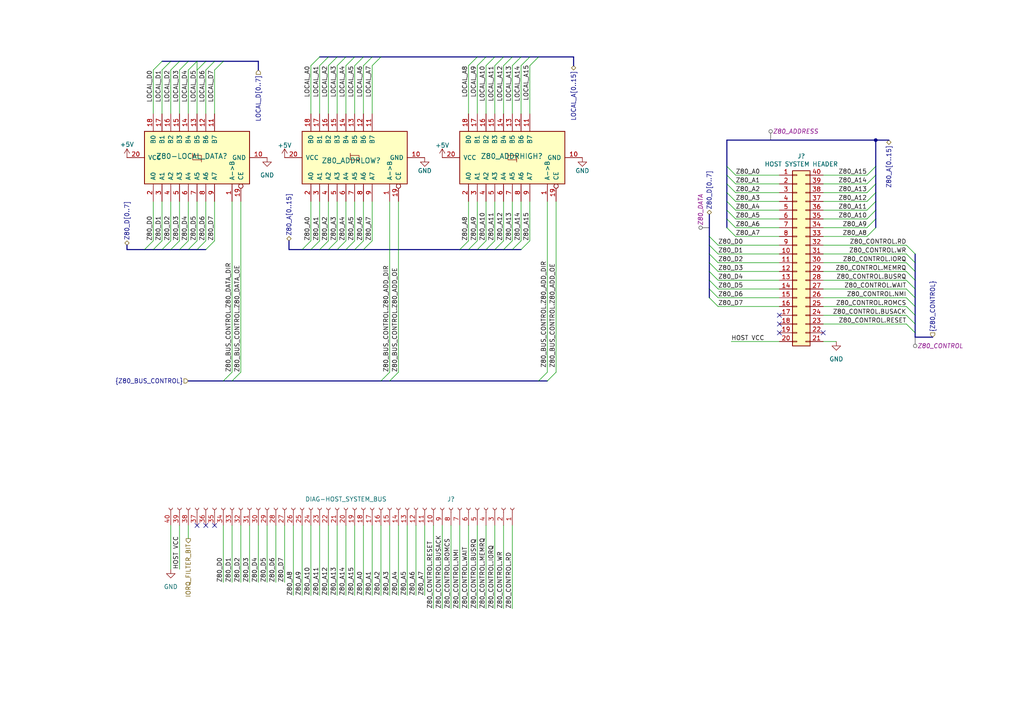
<source format=kicad_sch>
(kicad_sch (version 20230121) (generator eeschema)
  (paper "A4")
  (title_block (title "FujiNet Z80Bus reference design") (date "2023-05-13") (rev "0.1") (company "FujiNet") (comment 1 "Needs a sub schem for the physical ZXBus connector") (comment 2 "The host bus connection/buffering circuits"))
  (lib_symbols
    (symbol "74xx:74HC245" (pin_names (offset 1.016))
      (property "Reference" "U" (at -7.62 16.51 0))
      (property "Value" "74HC245" (at -7.62 -16.51 0))
      (symbol "74HC245_1_0"
        (polyline (pts (xy -0.635 -1.27) (xy -0.635 1.27) (xy 0.635 1.27)))
        (polyline (pts (xy -1.27 -1.27) (xy 0.635 -1.27) (xy 0.635 1.27) (xy 1.27 1.27)))
        (pin input line (at -12.7 -10.16 0) (length 5.08) (name "A->B") (number "1"))
        (pin power_in line (at 0 -20.32 90) (length 5.08) (name "GND") (number "10"))
        (pin tri_state line (at 12.7 -5.08 180) (length 5.08) (name "B7") (number "11"))
        (pin tri_state line (at 12.7 -2.54 180) (length 5.08) (name "B6") (number "12"))
        (pin tri_state line (at 12.7 0 180) (length 5.08) (name "B5") (number "13"))
        (pin tri_state line (at 12.7 2.54 180) (length 5.08) (name "B4") (number "14"))
        (pin tri_state line (at 12.7 5.08 180) (length 5.08) (name "B3") (number "15"))
        (pin tri_state line (at 12.7 7.62 180) (length 5.08) (name "B2") (number "16"))
        (pin tri_state line (at 12.7 10.16 180) (length 5.08) (name "B1") (number "17"))
        (pin tri_state line (at 12.7 12.7 180) (length 5.08) (name "B0") (number "18"))
        (pin input inverted (at -12.7 -12.7 0) (length 5.08) (name "CE") (number "19"))
        (pin tri_state line (at -12.7 12.7 0) (length 5.08) (name "A0") (number "2"))
        (pin power_in line (at 0 20.32 270) (length 5.08) (name "VCC") (number "20"))
        (pin tri_state line (at -12.7 10.16 0) (length 5.08) (name "A1") (number "3"))
        (pin tri_state line (at -12.7 7.62 0) (length 5.08) (name "A2") (number "4"))
        (pin tri_state line (at -12.7 5.08 0) (length 5.08) (name "A3") (number "5"))
        (pin tri_state line (at -12.7 2.54 0) (length 5.08) (name "A4") (number "6"))
        (pin tri_state line (at -12.7 0 0) (length 5.08) (name "A5") (number "7"))
        (pin tri_state line (at -12.7 -2.54 0) (length 5.08) (name "A6") (number "8"))
        (pin tri_state line (at -12.7 -5.08 0) (length 5.08) (name "A7") (number "9"))
      )
      (symbol "74HC245_1_1"
        (rectangle (start -7.62 15.24) (end 7.62 -15.24) (stroke (width 0.254)) (fill (type background)))
      )
    )
    (symbol "Connector:Conn_01x40_Socket" (pin_names (offset 1.016) hide)
      (property "Reference" "J" (at 0 50.8 0))
      (property "Value" "Conn_01x40_Socket" (at 0 -53.34 0))
      (symbol "Conn_01x40_Socket_1_1"
        (arc (start 0 -50.292) (mid -0.5058 -50.8) (end 0 -51.308) (stroke (width 0.1524)))
        (arc (start 0 -47.752) (mid -0.5058 -48.26) (end 0 -48.768) (stroke (width 0.1524)))
        (arc (start 0 -45.212) (mid -0.5058 -45.72) (end 0 -46.228) (stroke (width 0.1524)))
        (arc (start 0 -42.672) (mid -0.5058 -43.18) (end 0 -43.688) (stroke (width 0.1524)))
        (arc (start 0 -40.132) (mid -0.5058 -40.64) (end 0 -41.148) (stroke (width 0.1524)))
        (arc (start 0 -37.592) (mid -0.5058 -38.1) (end 0 -38.608) (stroke (width 0.1524)))
        (arc (start 0 -35.052) (mid -0.5058 -35.56) (end 0 -36.068) (stroke (width 0.1524)))
        (arc (start 0 -32.512) (mid -0.5058 -33.02) (end 0 -33.528) (stroke (width 0.1524)))
        (arc (start 0 -29.972) (mid -0.5058 -30.48) (end 0 -30.988) (stroke (width 0.1524)))
        (arc (start 0 -27.432) (mid -0.5058 -27.94) (end 0 -28.448) (stroke (width 0.1524)))
        (arc (start 0 -24.892) (mid -0.5058 -25.4) (end 0 -25.908) (stroke (width 0.1524)))
        (arc (start 0 -22.352) (mid -0.5058 -22.86) (end 0 -23.368) (stroke (width 0.1524)))
        (arc (start 0 -19.812) (mid -0.5058 -20.32) (end 0 -20.828) (stroke (width 0.1524)))
        (arc (start 0 -17.272) (mid -0.5058 -17.78) (end 0 -18.288) (stroke (width 0.1524)))
        (arc (start 0 -14.732) (mid -0.5058 -15.24) (end 0 -15.748) (stroke (width 0.1524)))
        (arc (start 0 -12.192) (mid -0.5058 -12.7) (end 0 -13.208) (stroke (width 0.1524)))
        (arc (start 0 -9.652) (mid -0.5058 -10.16) (end 0 -10.668) (stroke (width 0.1524)))
        (arc (start 0 -7.112) (mid -0.5058 -7.62) (end 0 -8.128) (stroke (width 0.1524)))
        (arc (start 0 -4.572) (mid -0.5058 -5.08) (end 0 -5.588) (stroke (width 0.1524)))
        (arc (start 0 -2.032) (mid -0.5058 -2.54) (end 0 -3.048) (stroke (width 0.1524)))
        (polyline (pts (xy -1.27 -50.8) (xy -0.508 -50.8)) (stroke (width 0.1524)))
        (polyline (pts (xy -1.27 -48.26) (xy -0.508 -48.26)) (stroke (width 0.1524)))
        (polyline (pts (xy -1.27 -45.72) (xy -0.508 -45.72)) (stroke (width 0.1524)))
        (polyline (pts (xy -1.27 -43.18) (xy -0.508 -43.18)) (stroke (width 0.1524)))
        (polyline (pts (xy -1.27 -40.64) (xy -0.508 -40.64)) (stroke (width 0.1524)))
        (polyline (pts (xy -1.27 -38.1) (xy -0.508 -38.1)) (stroke (width 0.1524)))
        (polyline (pts (xy -1.27 -35.56) (xy -0.508 -35.56)) (stroke (width 0.1524)))
        (polyline (pts (xy -1.27 -33.02) (xy -0.508 -33.02)) (stroke (width 0.1524)))
        (polyline (pts (xy -1.27 -30.48) (xy -0.508 -30.48)) (stroke (width 0.1524)))
        (polyline (pts (xy -1.27 -27.94) (xy -0.508 -27.94)) (stroke (width 0.1524)))
        (polyline (pts (xy -1.27 -25.4) (xy -0.508 -25.4)) (stroke (width 0.1524)))
        (polyline (pts (xy -1.27 -22.86) (xy -0.508 -22.86)) (stroke (width 0.1524)))
        (polyline (pts (xy -1.27 -20.32) (xy -0.508 -20.32)) (stroke (width 0.1524)))
        (polyline (pts (xy -1.27 -17.78) (xy -0.508 -17.78)) (stroke (width 0.1524)))
        (polyline (pts (xy -1.27 -15.24) (xy -0.508 -15.24)) (stroke (width 0.1524)))
        (polyline (pts (xy -1.27 -12.7) (xy -0.508 -12.7)) (stroke (width 0.1524)))
        (polyline (pts (xy -1.27 -10.16) (xy -0.508 -10.16)) (stroke (width 0.1524)))
        (polyline (pts (xy -1.27 -7.62) (xy -0.508 -7.62)) (stroke (width 0.1524)))
        (polyline (pts (xy -1.27 -5.08) (xy -0.508 -5.08)) (stroke (width 0.1524)))
        (polyline (pts (xy -1.27 -2.54) (xy -0.508 -2.54)) (stroke (width 0.1524)))
        (polyline (pts (xy -1.27 0) (xy -0.508 0)) (stroke (width 0.1524)))
        (polyline (pts (xy -1.27 2.54) (xy -0.508 2.54)) (stroke (width 0.1524)))
        (polyline (pts (xy -1.27 5.08) (xy -0.508 5.08)) (stroke (width 0.1524)))
        (polyline (pts (xy -1.27 7.62) (xy -0.508 7.62)) (stroke (width 0.1524)))
        (polyline (pts (xy -1.27 10.16) (xy -0.508 10.16)) (stroke (width 0.1524)))
        (polyline (pts (xy -1.27 12.7) (xy -0.508 12.7)) (stroke (width 0.1524)))
        (polyline (pts (xy -1.27 15.24) (xy -0.508 15.24)) (stroke (width 0.1524)))
        (polyline (pts (xy -1.27 17.78) (xy -0.508 17.78)) (stroke (width 0.1524)))
        (polyline (pts (xy -1.27 20.32) (xy -0.508 20.32)) (stroke (width 0.1524)))
        (polyline (pts (xy -1.27 22.86) (xy -0.508 22.86)) (stroke (width 0.1524)))
        (polyline (pts (xy -1.27 25.4) (xy -0.508 25.4)) (stroke (width 0.1524)))
        (polyline (pts (xy -1.27 27.94) (xy -0.508 27.94)) (stroke (width 0.1524)))
        (polyline (pts (xy -1.27 30.48) (xy -0.508 30.48)) (stroke (width 0.1524)))
        (polyline (pts (xy -1.27 33.02) (xy -0.508 33.02)) (stroke (width 0.1524)))
        (polyline (pts (xy -1.27 35.56) (xy -0.508 35.56)) (stroke (width 0.1524)))
        (polyline (pts (xy -1.27 38.1) (xy -0.508 38.1)) (stroke (width 0.1524)))
        (polyline (pts (xy -1.27 40.64) (xy -0.508 40.64)) (stroke (width 0.1524)))
        (polyline (pts (xy -1.27 43.18) (xy -0.508 43.18)) (stroke (width 0.1524)))
        (polyline (pts (xy -1.27 45.72) (xy -0.508 45.72)) (stroke (width 0.1524)))
        (polyline (pts (xy -1.27 48.26) (xy -0.508 48.26)) (stroke (width 0.1524)))
        (arc (start 0 0.508) (mid -0.5058 0) (end 0 -0.508) (stroke (width 0.1524)))
        (arc (start 0 3.048) (mid -0.5058 2.54) (end 0 2.032) (stroke (width 0.1524)))
        (arc (start 0 5.588) (mid -0.5058 5.08) (end 0 4.572) (stroke (width 0.1524)))
        (arc (start 0 8.128) (mid -0.5058 7.62) (end 0 7.112) (stroke (width 0.1524)))
        (arc (start 0 10.668) (mid -0.5058 10.16) (end 0 9.652) (stroke (width 0.1524)))
        (arc (start 0 13.208) (mid -0.5058 12.7) (end 0 12.192) (stroke (width 0.1524)))
        (arc (start 0 15.748) (mid -0.5058 15.24) (end 0 14.732) (stroke (width 0.1524)))
        (arc (start 0 18.288) (mid -0.5058 17.78) (end 0 17.272) (stroke (width 0.1524)))
        (arc (start 0 20.828) (mid -0.5058 20.32) (end 0 19.812) (stroke (width 0.1524)))
        (arc (start 0 23.368) (mid -0.5058 22.86) (end 0 22.352) (stroke (width 0.1524)))
        (arc (start 0 25.908) (mid -0.5058 25.4) (end 0 24.892) (stroke (width 0.1524)))
        (arc (start 0 28.448) (mid -0.5058 27.94) (end 0 27.432) (stroke (width 0.1524)))
        (arc (start 0 30.988) (mid -0.5058 30.48) (end 0 29.972) (stroke (width 0.1524)))
        (arc (start 0 33.528) (mid -0.5058 33.02) (end 0 32.512) (stroke (width 0.1524)))
        (arc (start 0 36.068) (mid -0.5058 35.56) (end 0 35.052) (stroke (width 0.1524)))
        (arc (start 0 38.608) (mid -0.5058 38.1) (end 0 37.592) (stroke (width 0.1524)))
        (arc (start 0 41.148) (mid -0.5058 40.64) (end 0 40.132) (stroke (width 0.1524)))
        (arc (start 0 43.688) (mid -0.5058 43.18) (end 0 42.672) (stroke (width 0.1524)))
        (arc (start 0 46.228) (mid -0.5058 45.72) (end 0 45.212) (stroke (width 0.1524)))
        (arc (start 0 48.768) (mid -0.5058 48.26) (end 0 47.752) (stroke (width 0.1524)))
        (pin passive line (at -5.08 48.26 0) (length 3.81) (name "Pin_1") (number "1"))
        (pin passive line (at -5.08 25.4 0) (length 3.81) (name "Pin_10") (number "10"))
        (pin passive line (at -5.08 22.86 0) (length 3.81) (name "Pin_11") (number "11"))
        (pin passive line (at -5.08 20.32 0) (length 3.81) (name "Pin_12") (number "12"))
        (pin passive line (at -5.08 17.78 0) (length 3.81) (name "Pin_13") (number "13"))
        (pin passive line (at -5.08 15.24 0) (length 3.81) (name "Pin_14") (number "14"))
        (pin passive line (at -5.08 12.7 0) (length 3.81) (name "Pin_15") (number "15"))
        (pin passive line (at -5.08 10.16 0) (length 3.81) (name "Pin_16") (number "16"))
        (pin passive line (at -5.08 7.62 0) (length 3.81) (name "Pin_17") (number "17"))
        (pin passive line (at -5.08 5.08 0) (length 3.81) (name "Pin_18") (number "18"))
        (pin passive line (at -5.08 2.54 0) (length 3.81) (name "Pin_19") (number "19"))
        (pin passive line (at -5.08 45.72 0) (length 3.81) (name "Pin_2") (number "2"))
        (pin passive line (at -5.08 0 0) (length 3.81) (name "Pin_20") (number "20"))
        (pin passive line (at -5.08 -2.54 0) (length 3.81) (name "Pin_21") (number "21"))
        (pin passive line (at -5.08 -5.08 0) (length 3.81) (name "Pin_22") (number "22"))
        (pin passive line (at -5.08 -7.62 0) (length 3.81) (name "Pin_23") (number "23"))
        (pin passive line (at -5.08 -10.16 0) (length 3.81) (name "Pin_24") (number "24"))
        (pin passive line (at -5.08 -12.7 0) (length 3.81) (name "Pin_25") (number "25"))
        (pin passive line (at -5.08 -15.24 0) (length 3.81) (name "Pin_26") (number "26"))
        (pin passive line (at -5.08 -17.78 0) (length 3.81) (name "Pin_27") (number "27"))
        (pin passive line (at -5.08 -20.32 0) (length 3.81) (name "Pin_28") (number "28"))
        (pin passive line (at -5.08 -22.86 0) (length 3.81) (name "Pin_29") (number "29"))
        (pin passive line (at -5.08 43.18 0) (length 3.81) (name "Pin_3") (number "3"))
        (pin passive line (at -5.08 -25.4 0) (length 3.81) (name "Pin_30") (number "30"))
        (pin passive line (at -5.08 -27.94 0) (length 3.81) (name "Pin_31") (number "31"))
        (pin passive line (at -5.08 -30.48 0) (length 3.81) (name "Pin_32") (number "32"))
        (pin passive line (at -5.08 -33.02 0) (length 3.81) (name "Pin_33") (number "33"))
        (pin passive line (at -5.08 -35.56 0) (length 3.81) (name "Pin_34") (number "34"))
        (pin passive line (at -5.08 -38.1 0) (length 3.81) (name "Pin_35") (number "35"))
        (pin passive line (at -5.08 -40.64 0) (length 3.81) (name "Pin_36") (number "36"))
        (pin passive line (at -5.08 -43.18 0) (length 3.81) (name "Pin_37") (number "37"))
        (pin passive line (at -5.08 -45.72 0) (length 3.81) (name "Pin_38") (number "38"))
        (pin passive line (at -5.08 -48.26 0) (length 3.81) (name "Pin_39") (number "39"))
        (pin passive line (at -5.08 40.64 0) (length 3.81) (name "Pin_4") (number "4"))
        (pin passive line (at -5.08 -50.8 0) (length 3.81) (name "Pin_40") (number "40"))
        (pin passive line (at -5.08 38.1 0) (length 3.81) (name "Pin_5") (number "5"))
        (pin passive line (at -5.08 35.56 0) (length 3.81) (name "Pin_6") (number "6"))
        (pin passive line (at -5.08 33.02 0) (length 3.81) (name "Pin_7") (number "7"))
        (pin passive line (at -5.08 30.48 0) (length 3.81) (name "Pin_8") (number "8"))
        (pin passive line (at -5.08 27.94 0) (length 3.81) (name "Pin_9") (number "9"))
      )
    )
    (symbol "Connector_Generic:Conn_02x20_Counter_Clockwise" (pin_names (offset 1.016) hide)
      (property "Reference" "J" (at 1.27 25.4 0))
      (property "Value" "Conn_02x20_Counter_Clockwise" (at 1.27 -27.94 0))
      (symbol "Conn_02x20_Counter_Clockwise_1_1"
        (rectangle (start -1.27 -25.273) (end 0 -25.527) (stroke (width 0.1524)))
        (rectangle (start -1.27 -22.733) (end 0 -22.987) (stroke (width 0.1524)))
        (rectangle (start -1.27 -20.193) (end 0 -20.447) (stroke (width 0.1524)))
        (rectangle (start -1.27 -17.653) (end 0 -17.907) (stroke (width 0.1524)))
        (rectangle (start -1.27 -15.113) (end 0 -15.367) (stroke (width 0.1524)))
        (rectangle (start -1.27 -12.573) (end 0 -12.827) (stroke (width 0.1524)))
        (rectangle (start -1.27 -10.033) (end 0 -10.287) (stroke (width 0.1524)))
        (rectangle (start -1.27 -7.493) (end 0 -7.747) (stroke (width 0.1524)))
        (rectangle (start -1.27 -4.953) (end 0 -5.207) (stroke (width 0.1524)))
        (rectangle (start -1.27 -2.413) (end 0 -2.667) (stroke (width 0.1524)))
        (rectangle (start -1.27 0.127) (end 0 -0.127) (stroke (width 0.1524)))
        (rectangle (start -1.27 2.667) (end 0 2.413) (stroke (width 0.1524)))
        (rectangle (start -1.27 5.207) (end 0 4.953) (stroke (width 0.1524)))
        (rectangle (start -1.27 7.747) (end 0 7.493) (stroke (width 0.1524)))
        (rectangle (start -1.27 10.287) (end 0 10.033) (stroke (width 0.1524)))
        (rectangle (start -1.27 12.827) (end 0 12.573) (stroke (width 0.1524)))
        (rectangle (start -1.27 15.367) (end 0 15.113) (stroke (width 0.1524)))
        (rectangle (start -1.27 17.907) (end 0 17.653) (stroke (width 0.1524)))
        (rectangle (start -1.27 20.447) (end 0 20.193) (stroke (width 0.1524)))
        (rectangle (start -1.27 22.987) (end 0 22.733) (stroke (width 0.1524)))
        (rectangle (start -1.27 24.13) (end 3.81 -26.67) (stroke (width 0.254)) (fill (type background)))
        (rectangle (start 3.81 -25.273) (end 2.54 -25.527) (stroke (width 0.1524)))
        (rectangle (start 3.81 -22.733) (end 2.54 -22.987) (stroke (width 0.1524)))
        (rectangle (start 3.81 -20.193) (end 2.54 -20.447) (stroke (width 0.1524)))
        (rectangle (start 3.81 -17.653) (end 2.54 -17.907) (stroke (width 0.1524)))
        (rectangle (start 3.81 -15.113) (end 2.54 -15.367) (stroke (width 0.1524)))
        (rectangle (start 3.81 -12.573) (end 2.54 -12.827) (stroke (width 0.1524)))
        (rectangle (start 3.81 -10.033) (end 2.54 -10.287) (stroke (width 0.1524)))
        (rectangle (start 3.81 -7.493) (end 2.54 -7.747) (stroke (width 0.1524)))
        (rectangle (start 3.81 -4.953) (end 2.54 -5.207) (stroke (width 0.1524)))
        (rectangle (start 3.81 -2.413) (end 2.54 -2.667) (stroke (width 0.1524)))
        (rectangle (start 3.81 0.127) (end 2.54 -0.127) (stroke (width 0.1524)))
        (rectangle (start 3.81 2.667) (end 2.54 2.413) (stroke (width 0.1524)))
        (rectangle (start 3.81 5.207) (end 2.54 4.953) (stroke (width 0.1524)))
        (rectangle (start 3.81 7.747) (end 2.54 7.493) (stroke (width 0.1524)))
        (rectangle (start 3.81 10.287) (end 2.54 10.033) (stroke (width 0.1524)))
        (rectangle (start 3.81 12.827) (end 2.54 12.573) (stroke (width 0.1524)))
        (rectangle (start 3.81 15.367) (end 2.54 15.113) (stroke (width 0.1524)))
        (rectangle (start 3.81 17.907) (end 2.54 17.653) (stroke (width 0.1524)))
        (rectangle (start 3.81 20.447) (end 2.54 20.193) (stroke (width 0.1524)))
        (rectangle (start 3.81 22.987) (end 2.54 22.733) (stroke (width 0.1524)))
        (pin passive line (at -5.08 22.86 0) (length 3.81) (name "Pin_1") (number "1"))
        (pin passive line (at -5.08 0 0) (length 3.81) (name "Pin_10") (number "10"))
        (pin passive line (at -5.08 -2.54 0) (length 3.81) (name "Pin_11") (number "11"))
        (pin passive line (at -5.08 -5.08 0) (length 3.81) (name "Pin_12") (number "12"))
        (pin passive line (at -5.08 -7.62 0) (length 3.81) (name "Pin_13") (number "13"))
        (pin passive line (at -5.08 -10.16 0) (length 3.81) (name "Pin_14") (number "14"))
        (pin passive line (at -5.08 -12.7 0) (length 3.81) (name "Pin_15") (number "15"))
        (pin passive line (at -5.08 -15.24 0) (length 3.81) (name "Pin_16") (number "16"))
        (pin passive line (at -5.08 -17.78 0) (length 3.81) (name "Pin_17") (number "17"))
        (pin passive line (at -5.08 -20.32 0) (length 3.81) (name "Pin_18") (number "18"))
        (pin passive line (at -5.08 -22.86 0) (length 3.81) (name "Pin_19") (number "19"))
        (pin passive line (at -5.08 20.32 0) (length 3.81) (name "Pin_2") (number "2"))
        (pin passive line (at -5.08 -25.4 0) (length 3.81) (name "Pin_20") (number "20"))
        (pin passive line (at 7.62 -25.4 180) (length 3.81) (name "Pin_21") (number "21"))
        (pin passive line (at 7.62 -22.86 180) (length 3.81) (name "Pin_22") (number "22"))
        (pin passive line (at 7.62 -20.32 180) (length 3.81) (name "Pin_23") (number "23"))
        (pin passive line (at 7.62 -17.78 180) (length 3.81) (name "Pin_24") (number "24"))
        (pin passive line (at 7.62 -15.24 180) (length 3.81) (name "Pin_25") (number "25"))
        (pin passive line (at 7.62 -12.7 180) (length 3.81) (name "Pin_26") (number "26"))
        (pin passive line (at 7.62 -10.16 180) (length 3.81) (name "Pin_27") (number "27"))
        (pin passive line (at 7.62 -7.62 180) (length 3.81) (name "Pin_28") (number "28"))
        (pin passive line (at 7.62 -5.08 180) (length 3.81) (name "Pin_29") (number "29"))
        (pin passive line (at -5.08 17.78 0) (length 3.81) (name "Pin_3") (number "3"))
        (pin passive line (at 7.62 -2.54 180) (length 3.81) (name "Pin_30") (number "30"))
        (pin passive line (at 7.62 0 180) (length 3.81) (name "Pin_31") (number "31"))
        (pin passive line (at 7.62 2.54 180) (length 3.81) (name "Pin_32") (number "32"))
        (pin passive line (at 7.62 5.08 180) (length 3.81) (name "Pin_33") (number "33"))
        (pin passive line (at 7.62 7.62 180) (length 3.81) (name "Pin_34") (number "34"))
        (pin passive line (at 7.62 10.16 180) (length 3.81) (name "Pin_35") (number "35"))
        (pin passive line (at 7.62 12.7 180) (length 3.81) (name "Pin_36") (number "36"))
        (pin passive line (at 7.62 15.24 180) (length 3.81) (name "Pin_37") (number "37"))
        (pin passive line (at 7.62 17.78 180) (length 3.81) (name "Pin_38") (number "38"))
        (pin passive line (at 7.62 20.32 180) (length 3.81) (name "Pin_39") (number "39"))
        (pin passive line (at -5.08 15.24 0) (length 3.81) (name "Pin_4") (number "4"))
        (pin passive line (at 7.62 22.86 180) (length 3.81) (name "Pin_40") (number "40"))
        (pin passive line (at -5.08 12.7 0) (length 3.81) (name "Pin_5") (number "5"))
        (pin passive line (at -5.08 10.16 0) (length 3.81) (name "Pin_6") (number "6"))
        (pin passive line (at -5.08 7.62 0) (length 3.81) (name "Pin_7") (number "7"))
        (pin passive line (at -5.08 5.08 0) (length 3.81) (name "Pin_8") (number "8"))
        (pin passive line (at -5.08 2.54 0) (length 3.81) (name "Pin_9") (number "9"))
      )
    )
    (symbol "power:+5V" (power) (pin_names (offset 0))
      (property "Value" "+5V" (at 0 3.556 0))
      (symbol "+5V_0_1"
        (polyline (pts (xy -0.762 1.27) (xy 0 2.54)))
        (polyline (pts (xy 0 0) (xy 0 2.54)))
        (polyline (pts (xy 0 2.54) (xy 0.762 1.27)))
      )
      (symbol "+5V_1_1"
        (pin power_in line (at 0 0 90) (length 0) hide (name "+5V") (number "1"))
      )
    )
    (symbol "power:GND" (power) (pin_names (offset 0))
      (property "Value" "GND" (at 0 -3.81 0))
      (symbol "GND_0_1"
        (polyline (pts (xy 0 0) (xy 0 -1.27) (xy 1.27 -1.27) (xy 0 -2.54) (xy -1.27 -1.27) (xy 0 -1.27)))
      )
      (symbol "GND_1_1"
        (pin power_in line (at 0 0 270) (length 0) hide (name "GND") (number "1"))
      )
    )
  )
  (junction (at 254 40.64))
  (no_connect (at 62.23 152.4))
  (no_connect (at 226.06 96.52))
  (no_connect (at 226.06 91.44))
  (no_connect (at 59.69 152.4))
  (no_connect (at 226.06 93.98))
  (no_connect (at 57.15 152.4))
  (no_connect (at 238.76 96.52))
  (bus_entry (at 49.53 20.32) (size 2.54 -2.54))
  (bus_entry (at 100.33 19.05) (size 2.54 -2.54))
  (bus_entry (at 205.74 71.12) (size 2.54 2.54))
  (bus_entry (at 254 58.42) (size -2.54 2.54))
  (bus_entry (at 254 53.34) (size -2.54 2.54))
  (bus_entry (at 262.89 83.82) (size 2.54 2.54))
  (bus_entry (at 46.99 72.39) (size 2.54 -2.54))
  (bus_entry (at 102.87 72.39) (size 2.54 -2.54))
  (bus_entry (at 44.45 20.32) (size 2.54 -2.54))
  (bus_entry (at 262.89 73.66) (size 2.54 2.54))
  (bus_entry (at 44.45 72.39) (size 2.54 -2.54))
  (bus_entry (at 205.74 76.2) (size 2.54 2.54))
  (bus_entry (at 97.79 19.05) (size 2.54 -2.54))
  (bus_entry (at 210.82 55.88) (size 2.54 2.54))
  (bus_entry (at 95.25 19.05) (size 2.54 -2.54))
  (bus_entry (at 254 48.26) (size -2.54 2.54))
  (bus_entry (at 210.82 48.26) (size 2.54 2.54))
  (bus_entry (at 113.03 110.49) (size 2.54 -2.54))
  (bus_entry (at 262.89 86.36) (size 2.54 2.54))
  (bus_entry (at 208.28 83.82) (size -2.54 -2.54))
  (bus_entry (at 105.41 72.39) (size 2.54 -2.54))
  (bus_entry (at 158.75 110.49) (size 2.54 -2.54))
  (bus_entry (at 92.71 72.39) (size 2.54 -2.54))
  (bus_entry (at 254 55.88) (size -2.54 2.54))
  (bus_entry (at 90.17 19.05) (size 2.54 -2.54))
  (bus_entry (at 254 60.96) (size -2.54 2.54))
  (bus_entry (at 52.07 20.32) (size 2.54 -2.54))
  (bus_entry (at 102.87 19.05) (size 2.54 -2.54))
  (bus_entry (at 107.95 19.05) (size 2.54 -2.54))
  (bus_entry (at 148.59 19.05) (size 2.54 -2.54))
  (bus_entry (at 105.41 19.05) (size 2.54 -2.54))
  (bus_entry (at 59.69 72.39) (size 2.54 -2.54))
  (bus_entry (at 262.89 81.28) (size 2.54 2.54))
  (bus_entry (at 95.25 72.39) (size 2.54 -2.54))
  (bus_entry (at 138.43 72.39) (size 2.54 -2.54))
  (bus_entry (at 156.21 16.51) (size -2.54 2.54))
  (bus_entry (at 92.71 19.05) (size 2.54 -2.54))
  (bus_entry (at 54.61 20.32) (size 2.54 -2.54))
  (bus_entry (at 262.89 93.98) (size 2.54 2.54))
  (bus_entry (at 46.99 20.32) (size 2.54 -2.54))
  (bus_entry (at 57.15 20.32) (size 2.54 -2.54))
  (bus_entry (at 210.82 50.8) (size 2.54 2.54))
  (bus_entry (at 210.82 60.96) (size 2.54 2.54))
  (bus_entry (at 146.05 72.39) (size 2.54 -2.54))
  (bus_entry (at 151.13 72.39) (size 2.54 -2.54))
  (bus_entry (at 151.13 19.05) (size 2.54 -2.54))
  (bus_entry (at 205.74 86.36) (size 2.54 2.54))
  (bus_entry (at 262.89 88.9) (size 2.54 2.54))
  (bus_entry (at 100.33 72.39) (size 2.54 -2.54))
  (bus_entry (at 62.23 20.32) (size 2.54 -2.54))
  (bus_entry (at 262.89 78.74) (size 2.54 2.54))
  (bus_entry (at 97.79 72.39) (size 2.54 -2.54))
  (bus_entry (at 52.07 72.39) (size 2.54 -2.54))
  (bus_entry (at 135.89 72.39) (size 2.54 -2.54))
  (bus_entry (at 205.74 83.82) (size 2.54 2.54))
  (bus_entry (at 210.82 53.34) (size 2.54 2.54))
  (bus_entry (at 54.61 72.39) (size 2.54 -2.54))
  (bus_entry (at 67.31 110.49) (size 2.54 -2.54))
  (bus_entry (at 87.63 72.39) (size 2.54 -2.54))
  (bus_entry (at 138.43 19.05) (size 2.54 -2.54))
  (bus_entry (at 110.49 110.49) (size 2.54 -2.54))
  (bus_entry (at 208.28 71.12) (size -2.54 -2.54))
  (bus_entry (at 146.05 19.05) (size 2.54 -2.54))
  (bus_entry (at 262.89 71.12) (size 2.54 2.54))
  (bus_entry (at 140.97 19.05) (size 2.54 -2.54))
  (bus_entry (at 59.69 20.32) (size 2.54 -2.54))
  (bus_entry (at 254 63.5) (size -2.54 2.54))
  (bus_entry (at 140.97 72.39) (size 2.54 -2.54))
  (bus_entry (at 49.53 72.39) (size 2.54 -2.54))
  (bus_entry (at 254 66.04) (size -2.54 2.54))
  (bus_entry (at 64.77 110.49) (size 2.54 -2.54))
  (bus_entry (at 254 50.8) (size -2.54 2.54))
  (bus_entry (at 148.59 72.39) (size 2.54 -2.54))
  (bus_entry (at 210.82 66.04) (size 2.54 2.54))
  (bus_entry (at 41.91 72.39) (size 2.54 -2.54))
  (bus_entry (at 57.15 72.39) (size 2.54 -2.54))
  (bus_entry (at 210.82 63.5) (size 2.54 2.54))
  (bus_entry (at 210.82 58.42) (size 2.54 2.54))
  (bus_entry (at 156.21 110.49) (size 2.54 -2.54))
  (bus_entry (at 143.51 72.39) (size 2.54 -2.54))
  (bus_entry (at 262.89 91.44) (size 2.54 2.54))
  (bus_entry (at 208.28 81.28) (size -2.54 -2.54))
  (bus_entry (at 133.35 72.39) (size 2.54 -2.54))
  (bus_entry (at 208.28 76.2) (size -2.54 -2.54))
  (bus_entry (at 135.89 19.05) (size 2.54 -2.54))
  (bus_entry (at 262.89 76.2) (size 2.54 2.54))
  (bus_entry (at 143.51 19.05) (size 2.54 -2.54))
  (bus_entry (at 90.17 72.39) (size 2.54 -2.54))
  (wire (pts (xy 130.81 152.4) (xy 130.81 176.53)))
  (wire (pts (xy 102.87 33.02) (xy 102.87 19.05)))
  (wire (pts (xy 113.03 152.4) (xy 113.03 172.72)))
  (wire (pts (xy 77.47 152.4) (xy 77.47 168.91)))
  (bus (pts (xy 49.53 17.78) (xy 52.07 17.78)))
  (bus (pts (xy 87.63 72.39) (xy 90.17 72.39)))
  (bus (pts (xy 254 48.26) (xy 254 50.8)))
  (wire (pts (xy 62.23 33.02) (xy 62.23 20.32)))
  (bus (pts (xy 265.43 76.2) (xy 265.43 78.74)))
  (wire (pts (xy 140.97 33.02) (xy 140.97 19.05)))
  (bus (pts (xy 54.61 110.49) (xy 64.77 110.49)))
  (wire (pts (xy 262.89 73.66) (xy 238.76 73.66)))
  (wire (pts (xy 64.77 152.4) (xy 64.77 168.91)))
  (wire (pts (xy 46.99 58.42) (xy 46.99 69.85)))
  (wire (pts (xy 213.36 53.34) (xy 226.06 53.34)))
  (wire (pts (xy 49.53 58.42) (xy 49.53 69.85)))
  (bus (pts (xy 110.49 110.49) (xy 113.03 110.49)))
  (wire (pts (xy 148.59 33.02) (xy 148.59 19.05)))
  (wire (pts (xy 128.27 152.4) (xy 128.27 176.53)))
  (wire (pts (xy 115.57 107.95) (xy 115.57 58.42)))
  (wire (pts (xy 262.89 81.28) (xy 238.76 81.28)))
  (wire (pts (xy 90.17 152.4) (xy 90.17 172.72)))
  (wire (pts (xy 135.89 33.02) (xy 135.89 19.05)))
  (bus (pts (xy 107.95 16.51) (xy 110.49 16.51)))
  (bus (pts (xy 64.77 17.78) (xy 74.93 17.78)))
  (bus (pts (xy 265.43 86.36) (xy 265.43 88.9)))
  (wire (pts (xy 90.17 58.42) (xy 90.17 69.85)))
  (bus (pts (xy 46.99 72.39) (xy 49.53 72.39)))
  (wire (pts (xy 226.06 99.06) (xy 212.09 99.06)))
  (wire (pts (xy 226.06 60.96) (xy 213.36 60.96)))
  (bus (pts (xy 205.74 68.58) (xy 205.74 71.12)))
  (bus (pts (xy 95.25 16.51) (xy 97.79 16.51)))
  (wire (pts (xy 148.59 58.42) (xy 148.59 69.85)))
  (bus (pts (xy 166.37 16.51) (xy 166.37 19.05)))
  (bus (pts (xy 265.43 78.74) (xy 265.43 81.28)))
  (wire (pts (xy 146.05 33.02) (xy 146.05 19.05)))
  (bus (pts (xy 205.74 83.82) (xy 205.74 86.36)))
  (bus (pts (xy 156.21 110.49) (xy 158.75 110.49)))
  (bus (pts (xy 100.33 72.39) (xy 102.87 72.39)))
  (bus (pts (xy 148.59 72.39) (xy 151.13 72.39)))
  (wire (pts (xy 74.93 152.4) (xy 74.93 168.91)))
  (wire (pts (xy 146.05 58.42) (xy 146.05 69.85)))
  (wire (pts (xy 226.06 68.58) (xy 213.36 68.58)))
  (wire (pts (xy 95.25 152.4) (xy 95.25 172.72)))
  (wire (pts (xy 120.65 152.4) (xy 120.65 172.72)))
  (bus (pts (xy 210.82 58.42) (xy 210.82 60.96)))
  (bus (pts (xy 210.82 55.88) (xy 210.82 58.42)))
  (wire (pts (xy 242.57 99.06) (xy 238.76 99.06)))
  (bus (pts (xy 254 60.96) (xy 254 63.5)))
  (bus (pts (xy 210.82 60.96) (xy 210.82 63.5)))
  (bus (pts (xy 254 40.64) (xy 254 48.26)))
  (bus (pts (xy 205.74 78.74) (xy 205.74 81.28)))
  (bus (pts (xy 140.97 16.51) (xy 143.51 16.51)))
  (bus (pts (xy 62.23 17.78) (xy 64.77 17.78)))
  (bus (pts (xy 153.67 16.51) (xy 156.21 16.51)))
  (wire (pts (xy 69.85 152.4) (xy 69.85 168.91)))
  (bus (pts (xy 210.82 50.8) (xy 210.82 53.34)))
  (wire (pts (xy 262.89 93.98) (xy 238.76 93.98)))
  (bus (pts (xy 265.43 96.52) (xy 265.43 97.79)))
  (wire (pts (xy 238.76 50.8) (xy 251.46 50.8)))
  (wire (pts (xy 143.51 33.02) (xy 143.51 19.05)))
  (bus (pts (xy 67.31 110.49) (xy 110.49 110.49)))
  (wire (pts (xy 97.79 33.02) (xy 97.79 19.05)))
  (bus (pts (xy 210.82 48.26) (xy 210.82 50.8)))
  (wire (pts (xy 105.41 33.02) (xy 105.41 19.05)))
  (bus (pts (xy 113.03 110.49) (xy 156.21 110.49)))
  (bus (pts (xy 146.05 72.39) (xy 148.59 72.39)))
  (wire (pts (xy 57.15 33.02) (xy 57.15 20.32)))
  (wire (pts (xy 49.53 152.4) (xy 49.53 165.1)))
  (bus (pts (xy 64.77 110.49) (xy 67.31 110.49)))
  (wire (pts (xy 151.13 58.42) (xy 151.13 69.85)))
  (bus (pts (xy 146.05 16.51) (xy 148.59 16.51)))
  (wire (pts (xy 226.06 88.9) (xy 208.28 88.9)))
  (wire (pts (xy 251.46 58.42) (xy 238.76 58.42)))
  (bus (pts (xy 254 55.88) (xy 254 58.42)))
  (wire (pts (xy 262.89 91.44) (xy 238.76 91.44)))
  (wire (pts (xy 69.85 58.42) (xy 69.85 107.95)))
  (wire (pts (xy 143.51 152.4) (xy 143.51 176.53)))
  (wire (pts (xy 140.97 58.42) (xy 140.97 69.85)))
  (wire (pts (xy 161.29 107.95) (xy 161.29 58.42)))
  (bus (pts (xy 110.49 16.51) (xy 138.43 16.51)))
  (bus (pts (xy 265.43 73.66) (xy 265.43 76.2)))
  (bus (pts (xy 105.41 72.39) (xy 133.35 72.39)))
  (bus (pts (xy 138.43 72.39) (xy 140.97 72.39)))
  (wire (pts (xy 140.97 152.4) (xy 140.97 176.53)))
  (wire (pts (xy 67.31 152.4) (xy 67.31 168.91)))
  (bus (pts (xy 83.82 72.39) (xy 87.63 72.39)))
  (wire (pts (xy 100.33 152.4) (xy 100.33 172.72)))
  (bus (pts (xy 210.82 40.64) (xy 254 40.64)))
  (wire (pts (xy 226.06 71.12) (xy 208.28 71.12)))
  (wire (pts (xy 52.07 33.02) (xy 52.07 20.32)))
  (wire (pts (xy 100.33 33.02) (xy 100.33 19.05)))
  (wire (pts (xy 213.36 66.04) (xy 226.06 66.04)))
  (wire (pts (xy 97.79 58.42) (xy 97.79 69.85)))
  (bus (pts (xy 205.74 71.12) (xy 205.74 73.66)))
  (wire (pts (xy 105.41 58.42) (xy 105.41 69.85)))
  (wire (pts (xy 107.95 152.4) (xy 107.95 172.72)))
  (bus (pts (xy 54.61 17.78) (xy 57.15 17.78)))
  (wire (pts (xy 57.15 58.42) (xy 57.15 69.85)))
  (wire (pts (xy 113.03 107.95) (xy 113.03 58.42)))
  (wire (pts (xy 102.87 58.42) (xy 102.87 69.85)))
  (wire (pts (xy 226.06 76.2) (xy 208.28 76.2)))
  (bus (pts (xy 148.59 16.51) (xy 151.13 16.51)))
  (wire (pts (xy 262.89 88.9) (xy 238.76 88.9)))
  (wire (pts (xy 213.36 63.5) (xy 226.06 63.5)))
  (bus (pts (xy 44.45 72.39) (xy 46.99 72.39)))
  (bus (pts (xy 54.61 72.39) (xy 57.15 72.39)))
  (wire (pts (xy 107.95 33.02) (xy 107.95 19.05)))
  (bus (pts (xy 102.87 16.51) (xy 105.41 16.51)))
  (bus (pts (xy 205.74 62.23) (xy 205.74 68.58)))
  (wire (pts (xy 44.45 58.42) (xy 44.45 69.85)))
  (bus (pts (xy 265.43 81.28) (xy 265.43 83.82)))
  (wire (pts (xy 143.51 58.42) (xy 143.51 69.85)))
  (bus (pts (xy 92.71 72.39) (xy 95.25 72.39)))
  (bus (pts (xy 52.07 17.78) (xy 54.61 17.78)))
  (wire (pts (xy 54.61 58.42) (xy 54.61 69.85)))
  (wire (pts (xy 62.23 58.42) (xy 62.23 69.85)))
  (wire (pts (xy 90.17 33.02) (xy 90.17 19.05)))
  (wire (pts (xy 92.71 58.42) (xy 92.71 69.85)))
  (wire (pts (xy 226.06 86.36) (xy 208.28 86.36)))
  (bus (pts (xy 210.82 63.5) (xy 210.82 66.04)))
  (bus (pts (xy 210.82 40.64) (xy 210.82 48.26)))
  (bus (pts (xy 166.37 16.51) (xy 156.21 16.51)))
  (wire (pts (xy 46.99 33.02) (xy 46.99 20.32)))
  (bus (pts (xy 105.41 16.51) (xy 107.95 16.51)))
  (wire (pts (xy 118.11 152.4) (xy 118.11 172.72)))
  (wire (pts (xy 52.07 152.4) (xy 52.07 165.1)))
  (wire (pts (xy 52.07 58.42) (xy 52.07 69.85)))
  (bus (pts (xy 59.69 17.78) (xy 62.23 17.78)))
  (bus (pts (xy 265.43 91.44) (xy 265.43 93.98)))
  (wire (pts (xy 148.59 152.4) (xy 148.59 176.53)))
  (bus (pts (xy 90.17 72.39) (xy 92.71 72.39)))
  (wire (pts (xy 213.36 50.8) (xy 226.06 50.8)))
  (bus (pts (xy 92.71 16.51) (xy 95.25 16.51)))
  (bus (pts (xy 265.43 97.79) (xy 270.51 97.79)))
  (wire (pts (xy 100.33 58.42) (xy 100.33 69.85)))
  (wire (pts (xy 92.71 33.02) (xy 92.71 19.05)))
  (bus (pts (xy 46.99 17.78) (xy 49.53 17.78)))
  (wire (pts (xy 238.76 55.88) (xy 251.46 55.88)))
  (bus (pts (xy 254 63.5) (xy 254 66.04)))
  (wire (pts (xy 80.01 152.4) (xy 80.01 168.91)))
  (wire (pts (xy 59.69 58.42) (xy 59.69 69.85)))
  (wire (pts (xy 44.45 33.02) (xy 44.45 20.32)))
  (bus (pts (xy 49.53 72.39) (xy 52.07 72.39)))
  (bus (pts (xy 97.79 16.51) (xy 100.33 16.51)))
  (wire (pts (xy 135.89 152.4) (xy 135.89 176.53)))
  (wire (pts (xy 54.61 152.4) (xy 54.61 156.21)))
  (bus (pts (xy 265.43 88.9) (xy 265.43 91.44)))
  (wire (pts (xy 97.79 152.4) (xy 97.79 172.72)))
  (wire (pts (xy 146.05 152.4) (xy 146.05 176.53)))
  (wire (pts (xy 107.95 58.42) (xy 107.95 69.85)))
  (bus (pts (xy 135.89 72.39) (xy 138.43 72.39)))
  (wire (pts (xy 95.25 58.42) (xy 95.25 69.85)))
  (wire (pts (xy 87.63 152.4) (xy 87.63 172.72)))
  (wire (pts (xy 262.89 83.82) (xy 238.76 83.82)))
  (wire (pts (xy 72.39 152.4) (xy 72.39 168.91)))
  (bus (pts (xy 254 58.42) (xy 254 60.96)))
  (wire (pts (xy 102.87 152.4) (xy 102.87 172.72)))
  (wire (pts (xy 115.57 152.4) (xy 115.57 172.72)))
  (wire (pts (xy 138.43 33.02) (xy 138.43 19.05)))
  (wire (pts (xy 105.41 152.4) (xy 105.41 172.72)))
  (wire (pts (xy 153.67 58.42) (xy 153.67 69.85)))
  (wire (pts (xy 151.13 33.02) (xy 151.13 19.05)))
  (bus (pts (xy 140.97 72.39) (xy 143.51 72.39)))
  (bus (pts (xy 36.83 72.39) (xy 41.91 72.39)))
  (wire (pts (xy 213.36 55.88) (xy 226.06 55.88)))
  (wire (pts (xy 226.06 73.66) (xy 208.28 73.66)))
  (bus (pts (xy 102.87 72.39) (xy 105.41 72.39)))
  (wire (pts (xy 138.43 58.42) (xy 138.43 69.85)))
  (wire (pts (xy 82.55 152.4) (xy 82.55 168.91)))
  (wire (pts (xy 238.76 60.96) (xy 251.46 60.96)))
  (wire (pts (xy 262.89 86.36) (xy 238.76 86.36)))
  (wire (pts (xy 226.06 81.28) (xy 208.28 81.28)))
  (bus (pts (xy 265.43 93.98) (xy 265.43 96.52)))
  (wire (pts (xy 262.89 71.12) (xy 238.76 71.12)))
  (wire (pts (xy 123.19 152.4) (xy 123.19 172.72)))
  (bus (pts (xy 265.43 83.82) (xy 265.43 86.36)))
  (wire (pts (xy 57.15 20.32) (xy 57.15 17.78)))
  (wire (pts (xy 125.73 152.4) (xy 125.73 176.53)))
  (bus (pts (xy 83.82 69.85) (xy 83.82 72.39)))
  (bus (pts (xy 205.74 76.2) (xy 205.74 78.74)))
  (wire (pts (xy 67.31 58.42) (xy 67.31 107.95)))
  (bus (pts (xy 74.93 20.32) (xy 74.93 17.78)))
  (bus (pts (xy 57.15 72.39) (xy 59.69 72.39)))
  (wire (pts (xy 226.06 78.74) (xy 208.28 78.74)))
  (wire (pts (xy 133.35 152.4) (xy 133.35 176.53)))
  (bus (pts (xy 36.83 71.12) (xy 36.83 72.39)))
  (wire (pts (xy 251.46 53.34) (xy 238.76 53.34)))
  (bus (pts (xy 95.25 72.39) (xy 97.79 72.39)))
  (bus (pts (xy 143.51 16.51) (xy 146.05 16.51)))
  (bus (pts (xy 100.33 16.51) (xy 102.87 16.51)))
  (wire (pts (xy 54.61 33.02) (xy 54.61 20.32)))
  (wire (pts (xy 92.71 152.4) (xy 92.71 172.72)))
  (bus (pts (xy 210.82 53.34) (xy 210.82 55.88)))
  (bus (pts (xy 257.81 40.64) (xy 254 40.64)))
  (bus (pts (xy 57.15 17.78) (xy 59.69 17.78)))
  (bus (pts (xy 205.74 73.66) (xy 205.74 76.2)))
  (wire (pts (xy 262.89 78.74) (xy 238.76 78.74)))
  (wire (pts (xy 135.89 58.42) (xy 135.89 69.85)))
  (wire (pts (xy 262.89 76.2) (xy 238.76 76.2)))
  (wire (pts (xy 153.67 19.05) (xy 153.67 33.02)))
  (bus (pts (xy 151.13 16.51) (xy 153.67 16.51)))
  (wire (pts (xy 158.75 107.95) (xy 158.75 58.42)))
  (wire (pts (xy 49.53 33.02) (xy 49.53 20.32)))
  (wire (pts (xy 138.43 152.4) (xy 138.43 176.53)))
  (wire (pts (xy 226.06 83.82) (xy 208.28 83.82)))
  (bus (pts (xy 143.51 72.39) (xy 146.05 72.39)))
  (bus (pts (xy 138.43 16.51) (xy 140.97 16.51)))
  (wire (pts (xy 251.46 68.58) (xy 238.76 68.58)))
  (wire (pts (xy 110.49 152.4) (xy 110.49 172.72)))
  (wire (pts (xy 59.69 33.02) (xy 59.69 20.32)))
  (bus (pts (xy 133.35 72.39) (xy 135.89 72.39)))
  (bus (pts (xy 52.07 72.39) (xy 54.61 72.39)))
  (bus (pts (xy 254 50.8) (xy 254 53.34)))
  (wire (pts (xy 238.76 66.04) (xy 251.46 66.04)))
  (wire (pts (xy 85.09 152.4) (xy 85.09 172.72)))
  (bus (pts (xy 97.79 72.39) (xy 100.33 72.39)))
  (bus (pts (xy 205.74 81.28) (xy 205.74 83.82)))
  (bus (pts (xy 254 53.34) (xy 254 55.88)))
  (wire (pts (xy 95.25 33.02) (xy 95.25 19.05)))
  (wire (pts (xy 251.46 63.5) (xy 238.76 63.5)))
  (bus (pts (xy 41.91 72.39) (xy 44.45 72.39)))
  (wire (pts (xy 213.36 58.42) (xy 226.06 58.42)))
  (label "LOCAL_A3" (at 97.79 19.05 270))
  (label "Z80_D0" (at 64.77 168.91 90))
  (label "Z80_A12" (at 95.25 172.72 90))
  (label "LOCAL_A6" (at 105.41 19.05 270))
  (label "LOCAL_A0" (at 90.17 19.05 270))
  (label "Z80_D3" (at 208.28 78.74 0))
  (label "Z80_CONTROL.ROMCS" (at 130.81 176.53 90))
  (label "Z80_D2" (at 49.53 69.85 90))
  (label "Z80_A0" (at 105.41 172.72 90))
  (label "Z80_D3" (at 52.07 69.85 90))
  (label "LOCAL_A8" (at 135.89 19.05 270))
  (label "Z80_A0" (at 213.36 50.8 0))
  (label "Z80_D2" (at 69.85 168.91 90))
  (label "Z80_A7" (at 107.95 69.85 90))
  (label "LOCAL_A12" (at 146.05 19.05 270))
  (label "Z80_A9" (at 87.63 172.72 90))
  (label "Z80_D0" (at 208.28 71.12 0))
  (label "Z80_A12" (at 251.46 58.42 180))
  (label "LOCAL_D0" (at 44.45 20.32 270))
  (label "Z80_D5" (at 77.47 168.91 90))
  (label "Z80_D6" (at 80.01 168.91 90))
  (label "Z80_A9" (at 138.43 69.85 90))
  (label "Z80_D7" (at 62.23 69.85 90))
  (label "Z80_A0" (at 90.17 69.85 90))
  (label "Z80_A4" (at 213.36 60.96 0))
  (label "LOCAL_D3" (at 52.07 20.32 270))
  (label "Z80_A2" (at 95.25 69.85 90))
  (label "Z80_A11" (at 92.71 172.72 90))
  (label "Z80_A4" (at 115.57 172.72 90))
  (label "LOCAL_A1" (at 92.71 19.05 270))
  (label "Z80_A2" (at 110.49 172.72 90))
  (label "Z80_CONTROL.WR" (at 262.89 73.66 180))
  (label "Z80_D0" (at 44.45 69.85 90))
  (label "LOCAL_A5" (at 102.87 19.05 270))
  (label "Z80_CONTROL.IORQ" (at 262.89 76.2 180))
  (label "HOST VCC" (at 52.07 165.1 90))
  (label "Z80_A13" (at 97.79 172.72 90))
  (label "Z80_A6" (at 105.41 69.85 90))
  (label "Z80_BUS_CONTROL.Z80_ADD_DIR" (at 158.75 106.68 90))
  (label "Z80_A1" (at 107.95 172.72 90))
  (label "Z80_CONTROL.NMI" (at 262.89 86.36 180))
  (label "Z80_A7" (at 123.19 172.72 90))
  (label "LOCAL_D7" (at 62.23 20.32 270))
  (label "Z80_D4" (at 74.93 168.91 90))
  (label "Z80_BUS_CONTROL.Z80_ADD_DIR" (at 113.03 107.95 90))
  (label "Z80_D1" (at 208.28 73.66 0))
  (label "Z80_A3" (at 113.03 172.72 90))
  (label "Z80_A5" (at 102.87 69.85 90))
  (label "LOCAL_D2" (at 49.53 20.32 270))
  (label "Z80_D5" (at 57.15 69.85 90))
  (label "Z80_A14" (at 251.46 53.34 180))
  (label "Z80_A13" (at 251.46 55.88 180))
  (label "Z80_CONTROL.IORQ" (at 143.51 176.53 90))
  (label "Z80_A10" (at 90.17 172.72 90))
  (label "LOCAL_D1" (at 46.99 20.32 270))
  (label "Z80_CONTROL.RD" (at 262.89 71.12 180))
  (label "Z80_CONTROL.BUSACK" (at 262.89 91.44 180))
  (label "Z80_CONTROL.BUSACK" (at 128.27 176.53 90))
  (label "Z80_D3" (at 72.39 168.91 90))
  (label "HOST VCC" (at 212.09 99.06 0))
  (label "Z80_CONTROL.RESET" (at 125.73 176.53 90))
  (label "Z80_A8" (at 85.09 172.72 90))
  (label "Z80_BUS_CONTROL.Z80_ADD_OE" (at 161.29 106.68 90))
  (label "Z80_A1" (at 92.71 69.85 90))
  (label "Z80_CONTROL.WAIT" (at 262.89 83.82 180))
  (label "Z80_A5" (at 213.36 63.5 0))
  (label "Z80_CONTROL.WAIT" (at 135.89 176.53 90))
  (label "LOCAL_D5" (at 57.15 20.32 270))
  (label "Z80_A4" (at 100.33 69.85 90))
  (label "Z80_A15" (at 102.87 172.72 90))
  (label "Z80_A10" (at 251.46 63.5 180))
  (label "Z80_CONTROL.RD" (at 148.59 176.53 90))
  (label "Z80_A6" (at 120.65 172.72 90))
  (label "Z80_A14" (at 100.33 172.72 90))
  (label "LOCAL_A7" (at 107.95 19.05 270))
  (label "Z80_CONTROL.WR" (at 146.05 176.53 90))
  (label "LOCAL_A15" (at 153.67 29.21 90))
  (label "Z80_A9" (at 251.46 66.04 180))
  (label "Z80_D6" (at 59.69 69.85 90))
  (label "Z80_D4" (at 208.28 81.28 0))
  (label "Z80_A3" (at 213.36 58.42 0))
  (label "Z80_D1" (at 46.99 69.85 90))
  (label "Z80_CONTROL.MEMRQ" (at 262.89 78.74 180))
  (label "Z80_A15" (at 153.67 69.85 90))
  (label "Z80_CONTROL.MEMRQ" (at 140.97 176.53 90))
  (label "Z80_D7" (at 82.55 168.91 90))
  (label "Z80_CONTROL.ROMCS" (at 262.89 88.9 180))
  (label "Z80_A10" (at 140.97 69.85 90))
  (label "LOCAL_A13" (at 148.59 19.05 270))
  (label "Z80_A2" (at 213.36 55.88 0))
  (label "LOCAL_D6" (at 59.69 20.32 270))
  (label "Z80_BUS_CONTROL.Z80_ADD_OE" (at 115.57 107.95 90))
  (label "Z80_A11" (at 251.46 60.96 180))
  (label "Z80_A14" (at 151.13 69.85 90))
  (label "Z80_BUS_CONTROL.Z80_DATA_OE" (at 69.85 107.95 90))
  (label "LOCAL_A14" (at 151.13 19.05 270))
  (label "Z80_A1" (at 213.36 53.34 0))
  (label "Z80_D1" (at 67.31 168.91 90))
  (label "Z80_A11" (at 143.51 69.85 90))
  (label "Z80_A7" (at 213.36 68.58 0))
  (label "LOCAL_A10" (at 140.97 19.05 270))
  (label "Z80_D5" (at 208.28 83.82 0))
  (label "LOCAL_A11" (at 143.51 19.05 270))
  (label "Z80_A8" (at 135.89 69.85 90))
  (label "Z80_A15" (at 251.46 50.8 180))
  (label "Z80_CONTROL.BUSRQ" (at 262.89 81.28 180))
  (label "LOCAL_D4" (at 54.61 20.32 270))
  (label "Z80_D4" (at 54.61 69.85 90))
  (label "Z80_A6" (at 213.36 66.04 0))
  (label "Z80_A13" (at 148.59 69.85 90))
  (label "LOCAL_A9" (at 138.43 19.05 270))
  (label "Z80_D7" (at 208.28 88.9 0))
  (label "LOCAL_A4" (at 100.33 19.05 270))
  (label "Z80_BUS_CONTROL.Z80_DATA_DIR" (at 67.31 107.95 90))
  (label "Z80_A3" (at 97.79 69.85 90))
  (label "Z80_CONTROL.NMI" (at 133.35 176.53 90))
  (label "Z80_CONTROL.BUSRQ" (at 138.43 176.53 90))
  (label "Z80_D6" (at 208.28 86.36 0))
  (label "Z80_D2" (at 208.28 76.2 0))
  (label "Z80_A5" (at 118.11 172.72 90))
  (label "Z80_A8" (at 251.46 68.58 180))
  (label "Z80_CONTROL.RESET" (at 262.89 93.98 180))
  (label "LOCAL_A2" (at 95.25 19.05 270))
  (label "Z80_A12" (at 146.05 69.85 90))
  (hierarchical_label "Z80_A[0..15]" (shape bidirectional) (at 83.82 69.85 90))
  (hierarchical_label "{Z80_CONTROL}" (shape input) (at 270.51 97.79 90))
  (hierarchical_label "Z80_D[0..7]" (shape bidirectional) (at 36.83 71.12 90))
  (hierarchical_label "Z80_A[0..15]" (shape bidirectional) (at 257.81 40.64 270))
  (hierarchical_label "LOCAL_A[0..15]" (shape bidirectional) (at 166.37 19.05 270))
  (hierarchical_label "IORQ_FILTER_BIT" (shape output) (at 54.61 156.21 270))
  (hierarchical_label "{Z80_BUS_CONTROL}" (shape input) (at 54.61 110.49 180))
  (hierarchical_label "Z80_D[0..7]" (shape bidirectional) (at 205.74 62.23 90))
  (hierarchical_label "LOCAL_D[0..7]" (shape input) (at 74.93 20.32 270))
  (netclass_flag "" (length 2.54) (shape round) (at 205.74 66.04 90) (property "Netclass" "Z80_DATA" (at 203.2 65.4304 90) (effects (font italic) (justify left))))
  (netclass_flag "" (length 2.54) (shape round) (at 265.43 97.79 180) (property "Netclass" "Z80_CONTROL" (at 266.0396 100.33 0) (effects (font italic) (justify left))))
  (netclass_flag "" (length 2.54) (shape round) (at 223.52 40.64 0) (property "Netclass" "Z80_ADDRESS" (at 224.1296 38.1 0) (effects (font italic) (justify left))))
  (symbol (lib_id "Connector:Conn_01x40_Socket") (at 100.33 147.32 270) (mirror x) (unit 1) (on_board no)
    (property "Reference" "J?" (at 130.81 144.78 90))
    (property "Value" "DIAG-HOST_SYSTEM_BUS" (at 100.33 144.78 90))
    (property "Footprint" "Connector_PinHeader_2.54mm:PinHeader_1x40_P2.54mm_Vertical" (effects hide))
    (instances (project "FujiNet_Z80Bus_Basic" (path "" (reference "J?") (unit 1))) (project "ZXspectrum_Concept_v2.kicad_pro" (path "" (reference "DIAG-HOST_SYSTEM_BUS?") (unit 1))) (project "ZXspectrum_Concept_v2.kicad_pro" (path "" (reference "J8") (unit 1))))
  )
  (symbol (lib_id "Connector_Generic:Conn_02x20_Counter_Clockwise") (at 231.14 73.66 0) (unit 1)
    (property "Reference" "J?" (at 232.41 45.2882 0))
    (property "Value" "HOST SYSTEM HEADER" (at 232.41 47.5996 0))
    (property "Footprint" "Connector_PinHeader_2.54mm:PinHeader_2x20_P2.54mm_Vertical" (effects hide))
    (instances (project "FujiNet_Z80Bus_Basic" (path "" (reference "J?") (unit 1))) (project "ZXspectrum_Concept_v2.kicad_pro" (path "" (reference "J?") (unit 1))) (project "ZXspectrum_Concept_v2.kicad_pro" (path "" (reference "J9") (unit 1))))
  )
  (symbol (lib_id "74xx:74HC245") (at 57.15 45.72 90) (unit 1)
    (property "Reference" "Z80-LOCAL_DATA?" (at 66.04 44.45 90) (effects (font (size 1.4986 1.4986)) (justify left bottom)))
    (property "Value" "74HC245N" (effects hide))
    (property "Footprint" "Package_DIP:DIP-20_W7.62mm_Socket" (effects hide))
    (property "Datasheet" "http://www.ti.com/lit/gpn/sn74HC245" (effects hide))
    (instances (project "FujiNet_Z80Bus_Basic" (path "" (reference "Z80-LOCAL_DATA?") (unit 1))) (project "ZXspectrum_Concept_v2.kicad_pro" (path "" (reference "Z80-LOCAL_DATA?") (unit 1)) (path "" (reference "Z80-LOCAL_DATA?") (unit 1))) (project "ZXspectrum_Concept_v2.kicad_pro" (path "" (reference "Z80-LOCAL_DATA1") (unit 1))))
  )
  (symbol (lib_id "74xx:74HC245") (at 148.59 45.72 90) (unit 1)
    (property "Reference" "Z80_ADDRHIGH?" (at 157.48 44.45 90) (effects (font (size 1.4986 1.4986)) (justify left bottom)))
    (property "Value" "74HC245N" (effects hide))
    (property "Footprint" "Package_DIP:DIP-20_W7.62mm_Socket" (effects hide))
    (property "Datasheet" "http://www.ti.com/lit/gpn/sn74HC245" (effects hide))
    (instances (project "FujiNet_Z80Bus_Basic" (path "" (reference "Z80_ADDRHIGH?") (unit 1))) (project "ZXspectrum_Concept_v2.kicad_pro" (path "" (reference "Z80_ADDRHIGH?") (unit 1)) (path "" (reference "Z80_ADDRHIGH?") (unit 1))) (project "ZXspectrum_Concept_v2.kicad_pro" (path "" (reference "Z80_ADDRHIGH1") (unit 1))))
  )
  (symbol (lib_id "74xx:74HC245") (at 102.87 45.72 90) (unit 1)
    (property "Reference" "Z80_ADDRLOW?" (at 110.49 45.72 90) (effects (font (size 1.4986 1.4986)) (justify left bottom)))
    (property "Value" "74HC245N" (effects hide))
    (property "Footprint" "Package_DIP:DIP-20_W7.62mm_Socket" (effects hide))
    (property "Datasheet" "http://www.ti.com/lit/gpn/sn74HC245" (effects hide))
    (instances (project "FujiNet_Z80Bus_Basic" (path "" (reference "Z80_ADDRLOW?") (unit 1))) (project "ZXspectrum_Concept_v2.kicad_pro" (path "" (reference "Z80_ADDRLOW?") (unit 1)) (path "" (reference "Z80_ADDRLOW?") (unit 1))) (project "ZXspectrum_Concept_v2.kicad_pro" (path "" (reference "Z80_ADDRLOW1") (unit 1))))
  )
  (symbol (lib_id "power:GND") (at 49.53 165.1 0) (unit 1)
    (property "Reference" "#PWR?" (effects hide))
    (property "Value" "GND" (at 49.53 170.18 0))
    (instances (project "FujiNet_Z80Bus_Basic" (path "" (reference "#PWR?") (unit 1))) (project "ZXspectrum_Concept_v2.kicad_pro" (path "" (reference "#PWR?") (unit 1))) (project "ZXspectrum_Concept_v2.kicad_pro" (path "" (reference "#PWR021") (unit 1))))
  )
  (symbol (lib_id "power:GND") (at 77.47 45.72 0) (unit 1)
    (property "Reference" "#PWR?" (effects hide))
    (property "Value" "GND" (at 77.47 50.8 0))
    (instances (project "FujiNet_Z80Bus_Basic" (path "" (reference "#PWR?") (unit 1))) (project "ZXspectrum_Concept_v2.kicad_pro" (path "" (reference "#PWR?") (unit 1))) (project "ZXspectrum_Concept_v2.kicad_pro" (path "" (reference "#PWR022") (unit 1))))
  )
  (symbol (lib_id "power:GND") (at 242.57 99.06 0) (unit 1)
    (property "Reference" "#PWR?" (effects hide))
    (property "Value" "GND" (at 242.57 104.14 0))
    (instances (project "FujiNet_Z80Bus_Basic" (path "" (reference "#PWR?") (unit 1))) (project "ZXspectrum_Concept_v2.kicad_pro" (path "" (reference "#PWR?") (unit 1))) (project "ZXspectrum_Concept_v2.kicad_pro" (path "" (reference "#PWR027") (unit 1))))
  )
  (symbol (lib_id "power:GND") (at 168.91 45.72 0) (unit 1)
    (property "Reference" "#PWR?" (effects hide))
    (property "Value" "GND" (at 168.91 49.53 0))
    (instances (project "FujiNet_Z80Bus_Basic" (path "" (reference "#PWR?") (unit 1))) (project "ZXspectrum_Concept_v2.kicad_pro" (path "" (reference "#PWR?") (unit 1))) (project "ZXspectrum_Concept_v2.kicad_pro" (path "" (reference "#PWR026") (unit 1))))
  )
  (symbol (lib_id "power:+5V") (at 36.83 45.72 0) (unit 1)
    (property "Reference" "#PWR?" (effects hide))
    (property "Value" "+5V" (at 36.83 41.91 0))
    (instances (project "FujiNet_Z80Bus_Basic" (path "" (reference "#PWR?") (unit 1))) (project "ZXspectrum_Concept_v2.kicad_pro" (path "" (reference "#PWR?") (unit 1))) (project "ZXspectrum_Concept_v2.kicad_pro" (path "" (reference "#PWR020") (unit 1))))
  )
  (symbol (lib_id "power:+5V") (at 82.55 45.72 0) (unit 1)
    (property "Reference" "#PWR?" (effects hide))
    (property "Value" "+5V" (at 82.55 42.164 0))
    (instances (project "FujiNet_Z80Bus_Basic" (path "" (reference "#PWR?") (unit 1))) (project "ZXspectrum_Concept_v2.kicad_pro" (path "" (reference "#PWR?") (unit 1))) (project "ZXspectrum_Concept_v2.kicad_pro" (path "" (reference "#PWR023") (unit 1))))
  )
  (symbol (lib_id "power:+5V") (at 128.27 45.72 0) (unit 1)
    (property "Reference" "#PWR?" (effects hide))
    (property "Value" "+5V" (at 128.27 42.164 0))
    (instances (project "FujiNet_Z80Bus_Basic" (path "" (reference "#PWR?") (unit 1))) (project "ZXspectrum_Concept_v2.kicad_pro" (path "" (reference "#PWR?") (unit 1))) (project "ZXspectrum_Concept_v2.kicad_pro" (path "" (reference "#PWR025") (unit 1))))
  )
  (symbol (lib_id "power:GND") (at 123.19 45.72 0) (unit 1)
    (property "Reference" "#PWR?" (effects hide))
    (property "Value" "GND" (at 123.19 49.53 0))
    (instances (project "FujiNet_Z80Bus_Basic" (path "" (reference "#PWR?") (unit 1))) (project "ZXspectrum_Concept_v2.kicad_pro" (path "" (reference "#PWR?") (unit 1))) (project "ZXspectrum_Concept_v2.kicad_pro" (path "" (reference "#PWR024") (unit 1))))
  )
)
</source>
